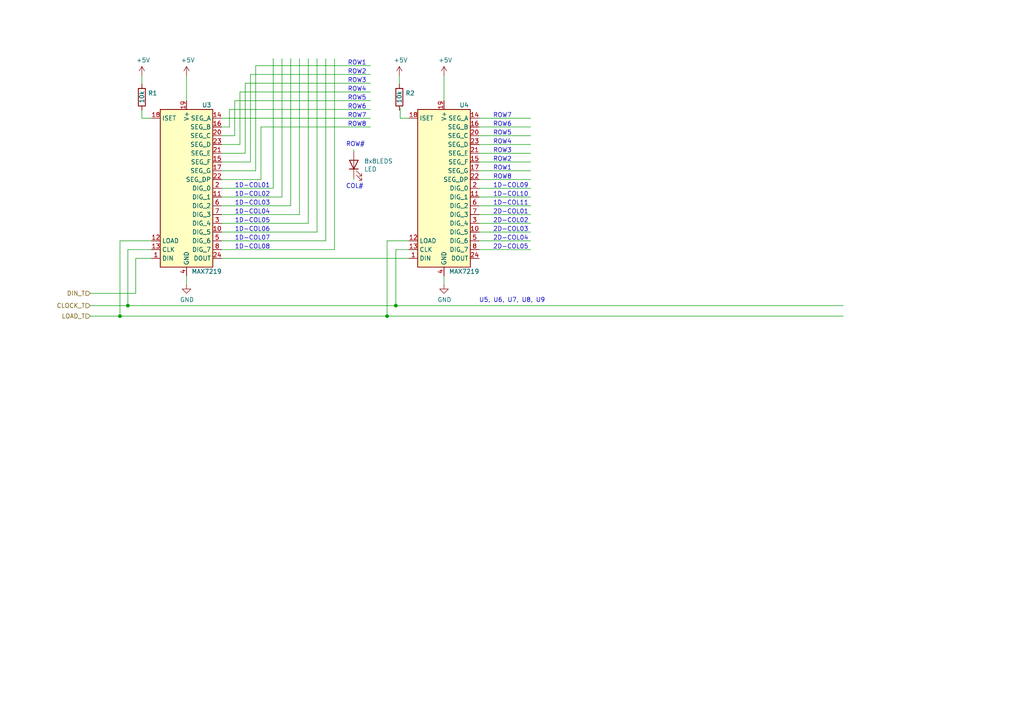
<source format=kicad_sch>
(kicad_sch (version 20211123) (generator eeschema)

  (uuid 4990fbd6-1a9f-4bfe-af4e-e6d2e95847d9)

  (paper "A4")

  (title_block
    (title "AD-0952")
    (rev "001")
    (company "Static Control Corporation")
  )

  (lib_symbols
    (symbol "Device:LED" (pin_numbers hide) (pin_names (offset 1.016) hide) (in_bom yes) (on_board yes)
      (property "Reference" "D" (id 0) (at 0 2.54 0)
        (effects (font (size 1.27 1.27)))
      )
      (property "Value" "LED" (id 1) (at 0 -2.54 0)
        (effects (font (size 1.27 1.27)))
      )
      (property "Footprint" "" (id 2) (at 0 0 0)
        (effects (font (size 1.27 1.27)) hide)
      )
      (property "Datasheet" "~" (id 3) (at 0 0 0)
        (effects (font (size 1.27 1.27)) hide)
      )
      (property "ki_keywords" "LED diode" (id 4) (at 0 0 0)
        (effects (font (size 1.27 1.27)) hide)
      )
      (property "ki_description" "Light emitting diode" (id 5) (at 0 0 0)
        (effects (font (size 1.27 1.27)) hide)
      )
      (property "ki_fp_filters" "LED* LED_SMD:* LED_THT:*" (id 6) (at 0 0 0)
        (effects (font (size 1.27 1.27)) hide)
      )
      (symbol "LED_0_1"
        (polyline
          (pts
            (xy -1.27 -1.27)
            (xy -1.27 1.27)
          )
          (stroke (width 0.254) (type default) (color 0 0 0 0))
          (fill (type none))
        )
        (polyline
          (pts
            (xy -1.27 0)
            (xy 1.27 0)
          )
          (stroke (width 0) (type default) (color 0 0 0 0))
          (fill (type none))
        )
        (polyline
          (pts
            (xy 1.27 -1.27)
            (xy 1.27 1.27)
            (xy -1.27 0)
            (xy 1.27 -1.27)
          )
          (stroke (width 0.254) (type default) (color 0 0 0 0))
          (fill (type none))
        )
        (polyline
          (pts
            (xy -3.048 -0.762)
            (xy -4.572 -2.286)
            (xy -3.81 -2.286)
            (xy -4.572 -2.286)
            (xy -4.572 -1.524)
          )
          (stroke (width 0) (type default) (color 0 0 0 0))
          (fill (type none))
        )
        (polyline
          (pts
            (xy -1.778 -0.762)
            (xy -3.302 -2.286)
            (xy -2.54 -2.286)
            (xy -3.302 -2.286)
            (xy -3.302 -1.524)
          )
          (stroke (width 0) (type default) (color 0 0 0 0))
          (fill (type none))
        )
      )
      (symbol "LED_1_1"
        (pin passive line (at -3.81 0 0) (length 2.54)
          (name "K" (effects (font (size 1.27 1.27))))
          (number "1" (effects (font (size 1.27 1.27))))
        )
        (pin passive line (at 3.81 0 180) (length 2.54)
          (name "A" (effects (font (size 1.27 1.27))))
          (number "2" (effects (font (size 1.27 1.27))))
        )
      )
    )
    (symbol "Device:R" (pin_numbers hide) (pin_names (offset 0)) (in_bom yes) (on_board yes)
      (property "Reference" "R" (id 0) (at 2.032 0 90)
        (effects (font (size 1.27 1.27)))
      )
      (property "Value" "R" (id 1) (at 0 0 90)
        (effects (font (size 1.27 1.27)))
      )
      (property "Footprint" "" (id 2) (at -1.778 0 90)
        (effects (font (size 1.27 1.27)) hide)
      )
      (property "Datasheet" "~" (id 3) (at 0 0 0)
        (effects (font (size 1.27 1.27)) hide)
      )
      (property "ki_keywords" "R res resistor" (id 4) (at 0 0 0)
        (effects (font (size 1.27 1.27)) hide)
      )
      (property "ki_description" "Resistor" (id 5) (at 0 0 0)
        (effects (font (size 1.27 1.27)) hide)
      )
      (property "ki_fp_filters" "R_*" (id 6) (at 0 0 0)
        (effects (font (size 1.27 1.27)) hide)
      )
      (symbol "R_0_1"
        (rectangle (start -1.016 -2.54) (end 1.016 2.54)
          (stroke (width 0.254) (type default) (color 0 0 0 0))
          (fill (type none))
        )
      )
      (symbol "R_1_1"
        (pin passive line (at 0 3.81 270) (length 1.27)
          (name "~" (effects (font (size 1.27 1.27))))
          (number "1" (effects (font (size 1.27 1.27))))
        )
        (pin passive line (at 0 -3.81 90) (length 1.27)
          (name "~" (effects (font (size 1.27 1.27))))
          (number "2" (effects (font (size 1.27 1.27))))
        )
      )
    )
    (symbol "Driver_LED:MAX7219" (in_bom yes) (on_board yes)
      (property "Reference" "U" (id 0) (at -6.35 24.13 0)
        (effects (font (size 1.27 1.27)) (justify left bottom))
      )
      (property "Value" "MAX7219" (id 1) (at 1.27 25.4 0)
        (effects (font (size 1.27 1.27)) (justify left top))
      )
      (property "Footprint" "" (id 2) (at -1.27 1.27 0)
        (effects (font (size 1.27 1.27)) hide)
      )
      (property "Datasheet" "https://datasheets.maximintegrated.com/en/ds/MAX7219-MAX7221.pdf" (id 3) (at 1.27 -3.81 0)
        (effects (font (size 1.27 1.27)) hide)
      )
      (property "ki_keywords" "LED 8-Digit Display Driver" (id 4) (at 0 0 0)
        (effects (font (size 1.27 1.27)) hide)
      )
      (property "ki_description" "8-Digit LED Display Driver" (id 5) (at 0 0 0)
        (effects (font (size 1.27 1.27)) hide)
      )
      (property "ki_fp_filters" "SOIC*7.5x15.4mm*P1.27mm* DIP*7.62mm*" (id 6) (at 0 0 0)
        (effects (font (size 1.27 1.27)) hide)
      )
      (symbol "MAX7219_0_1"
        (rectangle (start -7.62 22.86) (end 7.62 -22.86)
          (stroke (width 0.254) (type default) (color 0 0 0 0))
          (fill (type background))
        )
      )
      (symbol "MAX7219_1_1"
        (pin input line (at -10.16 -20.32 0) (length 2.54)
          (name "DIN" (effects (font (size 1.27 1.27))))
          (number "1" (effects (font (size 1.27 1.27))))
        )
        (pin output line (at 10.16 -12.7 180) (length 2.54)
          (name "DIG_5" (effects (font (size 1.27 1.27))))
          (number "10" (effects (font (size 1.27 1.27))))
        )
        (pin output line (at 10.16 -2.54 180) (length 2.54)
          (name "DIG_1" (effects (font (size 1.27 1.27))))
          (number "11" (effects (font (size 1.27 1.27))))
        )
        (pin input line (at -10.16 -15.24 0) (length 2.54)
          (name "LOAD" (effects (font (size 1.27 1.27))))
          (number "12" (effects (font (size 1.27 1.27))))
        )
        (pin input line (at -10.16 -17.78 0) (length 2.54)
          (name "CLK" (effects (font (size 1.27 1.27))))
          (number "13" (effects (font (size 1.27 1.27))))
        )
        (pin output line (at 10.16 20.32 180) (length 2.54)
          (name "SEG_A" (effects (font (size 1.27 1.27))))
          (number "14" (effects (font (size 1.27 1.27))))
        )
        (pin output line (at 10.16 7.62 180) (length 2.54)
          (name "SEG_F" (effects (font (size 1.27 1.27))))
          (number "15" (effects (font (size 1.27 1.27))))
        )
        (pin output line (at 10.16 17.78 180) (length 2.54)
          (name "SEG_B" (effects (font (size 1.27 1.27))))
          (number "16" (effects (font (size 1.27 1.27))))
        )
        (pin output line (at 10.16 5.08 180) (length 2.54)
          (name "SEG_G" (effects (font (size 1.27 1.27))))
          (number "17" (effects (font (size 1.27 1.27))))
        )
        (pin input line (at -10.16 20.32 0) (length 2.54)
          (name "ISET" (effects (font (size 1.27 1.27))))
          (number "18" (effects (font (size 1.27 1.27))))
        )
        (pin power_in line (at 0 25.4 270) (length 2.54)
          (name "V+" (effects (font (size 1.27 1.27))))
          (number "19" (effects (font (size 1.27 1.27))))
        )
        (pin output line (at 10.16 0 180) (length 2.54)
          (name "DIG_0" (effects (font (size 1.27 1.27))))
          (number "2" (effects (font (size 1.27 1.27))))
        )
        (pin output line (at 10.16 15.24 180) (length 2.54)
          (name "SEG_C" (effects (font (size 1.27 1.27))))
          (number "20" (effects (font (size 1.27 1.27))))
        )
        (pin output line (at 10.16 10.16 180) (length 2.54)
          (name "SEG_E" (effects (font (size 1.27 1.27))))
          (number "21" (effects (font (size 1.27 1.27))))
        )
        (pin output line (at 10.16 2.54 180) (length 2.54)
          (name "SEG_DP" (effects (font (size 1.27 1.27))))
          (number "22" (effects (font (size 1.27 1.27))))
        )
        (pin output line (at 10.16 12.7 180) (length 2.54)
          (name "SEG_D" (effects (font (size 1.27 1.27))))
          (number "23" (effects (font (size 1.27 1.27))))
        )
        (pin output line (at 10.16 -20.32 180) (length 2.54)
          (name "DOUT" (effects (font (size 1.27 1.27))))
          (number "24" (effects (font (size 1.27 1.27))))
        )
        (pin output line (at 10.16 -10.16 180) (length 2.54)
          (name "DIG_4" (effects (font (size 1.27 1.27))))
          (number "3" (effects (font (size 1.27 1.27))))
        )
        (pin power_in line (at 0 -25.4 90) (length 2.54)
          (name "GND" (effects (font (size 1.27 1.27))))
          (number "4" (effects (font (size 1.27 1.27))))
        )
        (pin output line (at 10.16 -15.24 180) (length 2.54)
          (name "DIG_6" (effects (font (size 1.27 1.27))))
          (number "5" (effects (font (size 1.27 1.27))))
        )
        (pin output line (at 10.16 -5.08 180) (length 2.54)
          (name "DIG_2" (effects (font (size 1.27 1.27))))
          (number "6" (effects (font (size 1.27 1.27))))
        )
        (pin output line (at 10.16 -7.62 180) (length 2.54)
          (name "DIG_3" (effects (font (size 1.27 1.27))))
          (number "7" (effects (font (size 1.27 1.27))))
        )
        (pin output line (at 10.16 -17.78 180) (length 2.54)
          (name "DIG_7" (effects (font (size 1.27 1.27))))
          (number "8" (effects (font (size 1.27 1.27))))
        )
        (pin passive line (at 0 -25.4 90) (length 2.54) hide
          (name "GND" (effects (font (size 1.27 1.27))))
          (number "9" (effects (font (size 1.27 1.27))))
        )
      )
    )
    (symbol "power:+5V" (power) (pin_names (offset 0)) (in_bom yes) (on_board yes)
      (property "Reference" "#PWR" (id 0) (at 0 -3.81 0)
        (effects (font (size 1.27 1.27)) hide)
      )
      (property "Value" "+5V" (id 1) (at 0 3.556 0)
        (effects (font (size 1.27 1.27)))
      )
      (property "Footprint" "" (id 2) (at 0 0 0)
        (effects (font (size 1.27 1.27)) hide)
      )
      (property "Datasheet" "" (id 3) (at 0 0 0)
        (effects (font (size 1.27 1.27)) hide)
      )
      (property "ki_keywords" "global power" (id 4) (at 0 0 0)
        (effects (font (size 1.27 1.27)) hide)
      )
      (property "ki_description" "Power symbol creates a global label with name \"+5V\"" (id 5) (at 0 0 0)
        (effects (font (size 1.27 1.27)) hide)
      )
      (symbol "+5V_0_1"
        (polyline
          (pts
            (xy -0.762 1.27)
            (xy 0 2.54)
          )
          (stroke (width 0) (type default) (color 0 0 0 0))
          (fill (type none))
        )
        (polyline
          (pts
            (xy 0 0)
            (xy 0 2.54)
          )
          (stroke (width 0) (type default) (color 0 0 0 0))
          (fill (type none))
        )
        (polyline
          (pts
            (xy 0 2.54)
            (xy 0.762 1.27)
          )
          (stroke (width 0) (type default) (color 0 0 0 0))
          (fill (type none))
        )
      )
      (symbol "+5V_1_1"
        (pin power_in line (at 0 0 90) (length 0) hide
          (name "+5V" (effects (font (size 1.27 1.27))))
          (number "1" (effects (font (size 1.27 1.27))))
        )
      )
    )
    (symbol "power:GND" (power) (pin_names (offset 0)) (in_bom yes) (on_board yes)
      (property "Reference" "#PWR" (id 0) (at 0 -6.35 0)
        (effects (font (size 1.27 1.27)) hide)
      )
      (property "Value" "GND" (id 1) (at 0 -3.81 0)
        (effects (font (size 1.27 1.27)))
      )
      (property "Footprint" "" (id 2) (at 0 0 0)
        (effects (font (size 1.27 1.27)) hide)
      )
      (property "Datasheet" "" (id 3) (at 0 0 0)
        (effects (font (size 1.27 1.27)) hide)
      )
      (property "ki_keywords" "global power" (id 4) (at 0 0 0)
        (effects (font (size 1.27 1.27)) hide)
      )
      (property "ki_description" "Power symbol creates a global label with name \"GND\" , ground" (id 5) (at 0 0 0)
        (effects (font (size 1.27 1.27)) hide)
      )
      (symbol "GND_0_1"
        (polyline
          (pts
            (xy 0 0)
            (xy 0 -1.27)
            (xy 1.27 -1.27)
            (xy 0 -2.54)
            (xy -1.27 -1.27)
            (xy 0 -1.27)
          )
          (stroke (width 0) (type default) (color 0 0 0 0))
          (fill (type none))
        )
      )
      (symbol "GND_1_1"
        (pin power_in line (at 0 0 270) (length 0) hide
          (name "GND" (effects (font (size 1.27 1.27))))
          (number "1" (effects (font (size 1.27 1.27))))
        )
      )
    )
  )

  (junction (at 114.808 88.646) (diameter 0) (color 0 0 0 0)
    (uuid 82bd39d5-7731-429a-9b3e-d81416b84e10)
  )
  (junction (at 37.084 88.646) (diameter 0) (color 0 0 0 0)
    (uuid a50ca34b-66bf-4434-8bdf-b0ededcf6688)
  )
  (junction (at 112.268 91.694) (diameter 0) (color 0 0 0 0)
    (uuid d2ec8b79-5b0b-45d9-9309-3db65bb9aee8)
  )
  (junction (at 34.798 91.694) (diameter 0) (color 0 0 0 0)
    (uuid ddbcc29b-497a-4754-9210-142d66315af8)
  )

  (wire (pts (xy 41.148 32.004) (xy 41.148 34.29))
    (stroke (width 0) (type default) (color 0 0 0 0))
    (uuid 01db6ced-c127-4d1b-bb70-4a5e16c8fa2b)
  )
  (wire (pts (xy 118.618 74.93) (xy 64.262 74.93))
    (stroke (width 0) (type default) (color 0 0 0 0))
    (uuid 053535a4-6392-4308-929c-2e60edd5a406)
  )
  (wire (pts (xy 102.616 43.942) (xy 102.616 43.434))
    (stroke (width 0) (type default) (color 0 0 0 0))
    (uuid 0b18ba01-34ff-4711-a0a0-6fc60634d264)
  )
  (wire (pts (xy 64.262 64.77) (xy 89.408 64.77))
    (stroke (width 0) (type default) (color 0 0 0 0))
    (uuid 0c9b7834-7be2-4e76-8dfb-beaac8fc02ee)
  )
  (wire (pts (xy 43.942 72.39) (xy 37.084 72.39))
    (stroke (width 0) (type default) (color 0 0 0 0))
    (uuid 0e684152-c37f-4313-9c77-f961b8a6792d)
  )
  (wire (pts (xy 91.948 67.31) (xy 91.948 17.018))
    (stroke (width 0) (type default) (color 0 0 0 0))
    (uuid 0f33d97d-1b77-4814-ada7-725bf7e02b6f)
  )
  (wire (pts (xy 69.596 41.91) (xy 69.596 26.67))
    (stroke (width 0) (type default) (color 0 0 0 0))
    (uuid 17037cc8-d9ee-44a5-b91d-cc0b484ceef1)
  )
  (wire (pts (xy 34.798 91.694) (xy 112.268 91.694))
    (stroke (width 0) (type default) (color 0 0 0 0))
    (uuid 195a3f7b-747b-41d9-a533-ff796a034d1c)
  )
  (wire (pts (xy 72.644 46.99) (xy 72.644 21.59))
    (stroke (width 0) (type default) (color 0 0 0 0))
    (uuid 1b32e79d-59e2-4c34-bcc4-b3e340c1113f)
  )
  (wire (pts (xy 75.692 36.83) (xy 107.442 36.83))
    (stroke (width 0) (type default) (color 0 0 0 0))
    (uuid 22ef760f-e266-4dc3-9730-3dee99232418)
  )
  (wire (pts (xy 34.798 69.85) (xy 34.798 91.694))
    (stroke (width 0) (type default) (color 0 0 0 0))
    (uuid 233591e6-094a-4b11-8cf1-6a7e893cc3fd)
  )
  (wire (pts (xy 112.268 69.85) (xy 112.268 91.694))
    (stroke (width 0) (type default) (color 0 0 0 0))
    (uuid 247ab90a-1a94-43b2-ab7b-6e5c22a5c9f5)
  )
  (wire (pts (xy 118.618 69.85) (xy 112.268 69.85))
    (stroke (width 0) (type default) (color 0 0 0 0))
    (uuid 3409ccca-0e69-4040-93c7-5ec4c813d7c8)
  )
  (wire (pts (xy 64.262 44.45) (xy 71.12 44.45))
    (stroke (width 0) (type default) (color 0 0 0 0))
    (uuid 361c32cd-dc60-4c6f-8207-71ba1f176fc4)
  )
  (wire (pts (xy 74.168 19.05) (xy 107.442 19.05))
    (stroke (width 0) (type default) (color 0 0 0 0))
    (uuid 36b041e7-9ddc-4817-974e-d3c77af52da3)
  )
  (wire (pts (xy 138.938 36.83) (xy 153.924 36.83))
    (stroke (width 0) (type default) (color 0 0 0 0))
    (uuid 37530e3d-af09-4dc9-b535-9ea6fbca0c83)
  )
  (wire (pts (xy 64.262 69.85) (xy 94.488 69.85))
    (stroke (width 0) (type default) (color 0 0 0 0))
    (uuid 394f971a-f5d2-45aa-9be8-5e32e6dd5cfd)
  )
  (wire (pts (xy 138.938 57.15) (xy 153.924 57.15))
    (stroke (width 0) (type default) (color 0 0 0 0))
    (uuid 3d1caac7-74e2-4bff-88a6-986a5cbf102e)
  )
  (wire (pts (xy 79.248 54.61) (xy 79.248 17.018))
    (stroke (width 0) (type default) (color 0 0 0 0))
    (uuid 3d3efac7-39f0-471f-b984-bc9512ffe4c4)
  )
  (wire (pts (xy 64.262 59.69) (xy 84.328 59.69))
    (stroke (width 0) (type default) (color 0 0 0 0))
    (uuid 43a093f4-36e2-442e-8402-36d47ad80d89)
  )
  (wire (pts (xy 64.262 46.99) (xy 72.644 46.99))
    (stroke (width 0) (type default) (color 0 0 0 0))
    (uuid 43d28e69-f3b2-4874-af5f-da9682b809e2)
  )
  (wire (pts (xy 112.268 91.694) (xy 244.602 91.694))
    (stroke (width 0) (type default) (color 0 0 0 0))
    (uuid 4512285c-40ae-419d-9ac9-8f772c4e8f5f)
  )
  (wire (pts (xy 64.262 34.29) (xy 107.442 34.29))
    (stroke (width 0) (type default) (color 0 0 0 0))
    (uuid 45d38f4e-6fea-4bd8-8654-dbaa0604aee5)
  )
  (wire (pts (xy 84.328 59.69) (xy 84.328 17.018))
    (stroke (width 0) (type default) (color 0 0 0 0))
    (uuid 4738daa4-36e1-41dd-abcf-34e66dbdec69)
  )
  (wire (pts (xy 39.37 85.09) (xy 26.162 85.09))
    (stroke (width 0) (type default) (color 0 0 0 0))
    (uuid 4b480ca2-0b5c-4121-afbf-ae8de8c4e61b)
  )
  (wire (pts (xy 39.37 74.93) (xy 39.37 85.09))
    (stroke (width 0) (type default) (color 0 0 0 0))
    (uuid 4b4b9e23-83b2-41b7-9a8e-2526ed349a16)
  )
  (wire (pts (xy 138.938 54.61) (xy 153.924 54.61))
    (stroke (width 0) (type default) (color 0 0 0 0))
    (uuid 4f6e831d-3ed7-4b68-b2a6-a4961108d6f2)
  )
  (wire (pts (xy 71.12 24.13) (xy 107.442 24.13))
    (stroke (width 0) (type default) (color 0 0 0 0))
    (uuid 511940a5-3632-4b93-ae8a-8bb46e573903)
  )
  (wire (pts (xy 71.12 44.45) (xy 71.12 24.13))
    (stroke (width 0) (type default) (color 0 0 0 0))
    (uuid 59a0ebe8-e5c8-4bb7-b01a-ecb08871fffc)
  )
  (wire (pts (xy 75.692 52.07) (xy 75.692 36.83))
    (stroke (width 0) (type default) (color 0 0 0 0))
    (uuid 5a9d5aa3-f071-4b26-903c-1571d17c0436)
  )
  (wire (pts (xy 37.084 88.646) (xy 26.162 88.646))
    (stroke (width 0) (type default) (color 0 0 0 0))
    (uuid 6032a36f-e823-4471-bd27-44bce2a9adac)
  )
  (wire (pts (xy 138.938 34.29) (xy 153.924 34.29))
    (stroke (width 0) (type default) (color 0 0 0 0))
    (uuid 61f1fdcc-044e-49b4-a4d7-844f962e36d3)
  )
  (wire (pts (xy 64.262 52.07) (xy 75.692 52.07))
    (stroke (width 0) (type default) (color 0 0 0 0))
    (uuid 6495458c-0dee-4846-a428-edbc3299d42e)
  )
  (wire (pts (xy 138.938 62.23) (xy 153.924 62.23))
    (stroke (width 0) (type default) (color 0 0 0 0))
    (uuid 652d8fac-ccc4-4253-8036-fce19445a2d1)
  )
  (wire (pts (xy 54.102 80.01) (xy 54.102 82.55))
    (stroke (width 0) (type default) (color 0 0 0 0))
    (uuid 67415201-c2e5-45a8-87fa-3f1bdf0ea606)
  )
  (wire (pts (xy 66.548 31.75) (xy 107.442 31.75))
    (stroke (width 0) (type default) (color 0 0 0 0))
    (uuid 67dfe9c4-c76f-4486-843f-743ae7a7dbd2)
  )
  (wire (pts (xy 138.938 49.53) (xy 153.924 49.53))
    (stroke (width 0) (type default) (color 0 0 0 0))
    (uuid 69e94c27-a9f9-404e-9a5a-5b00e1b2ee2f)
  )
  (wire (pts (xy 64.262 72.39) (xy 97.028 72.39))
    (stroke (width 0) (type default) (color 0 0 0 0))
    (uuid 72ffc529-eaca-4ecd-b7a0-3231e04be23f)
  )
  (wire (pts (xy 64.262 49.53) (xy 74.168 49.53))
    (stroke (width 0) (type default) (color 0 0 0 0))
    (uuid 7364fcfc-05d1-49f7-b87c-ee88f18ac86b)
  )
  (wire (pts (xy 34.798 91.694) (xy 26.162 91.694))
    (stroke (width 0) (type default) (color 0 0 0 0))
    (uuid 779f7ac6-c9cc-4c9b-ab13-284b016fc70d)
  )
  (wire (pts (xy 74.168 19.05) (xy 74.168 49.53))
    (stroke (width 0) (type default) (color 0 0 0 0))
    (uuid 78bdc25f-ebe2-457e-805d-8c6c1f04bbe3)
  )
  (wire (pts (xy 114.808 72.39) (xy 114.808 88.646))
    (stroke (width 0) (type default) (color 0 0 0 0))
    (uuid 79bde307-f986-4660-bf78-8adcbb752e70)
  )
  (wire (pts (xy 128.778 21.844) (xy 128.778 29.21))
    (stroke (width 0) (type default) (color 0 0 0 0))
    (uuid 7ed3c733-d4ab-463c-8418-29e171afd40d)
  )
  (wire (pts (xy 41.148 21.844) (xy 41.148 24.384))
    (stroke (width 0) (type default) (color 0 0 0 0))
    (uuid 842130b5-6474-4956-ad68-b3856fa64895)
  )
  (wire (pts (xy 138.938 44.45) (xy 153.924 44.45))
    (stroke (width 0) (type default) (color 0 0 0 0))
    (uuid 89c7b084-df2e-49ea-9fc9-be01825c1f65)
  )
  (wire (pts (xy 66.548 36.83) (xy 66.548 31.75))
    (stroke (width 0) (type default) (color 0 0 0 0))
    (uuid 8d5bf812-790d-45d1-825e-11a868826b0e)
  )
  (wire (pts (xy 138.938 72.39) (xy 153.924 72.39))
    (stroke (width 0) (type default) (color 0 0 0 0))
    (uuid 904ecf22-b59e-43dc-8f1e-7c29f36c0a81)
  )
  (wire (pts (xy 41.148 34.29) (xy 43.942 34.29))
    (stroke (width 0) (type default) (color 0 0 0 0))
    (uuid 912b0323-869d-41db-8e60-4a97e6db747e)
  )
  (wire (pts (xy 114.808 88.646) (xy 244.602 88.646))
    (stroke (width 0) (type default) (color 0 0 0 0))
    (uuid 91d79a3d-b296-4582-b151-bd356f18f2fb)
  )
  (wire (pts (xy 64.262 54.61) (xy 79.248 54.61))
    (stroke (width 0) (type default) (color 0 0 0 0))
    (uuid 92a14bde-3c18-48bb-8ead-edadbaf5fe4f)
  )
  (wire (pts (xy 138.938 67.31) (xy 153.924 67.31))
    (stroke (width 0) (type default) (color 0 0 0 0))
    (uuid 94bcf40b-8ff3-48e2-a842-8c28282474b0)
  )
  (wire (pts (xy 68.072 39.37) (xy 68.072 29.21))
    (stroke (width 0) (type default) (color 0 0 0 0))
    (uuid 98db3660-c329-4c40-804b-8cb15d25b11c)
  )
  (wire (pts (xy 43.942 69.85) (xy 34.798 69.85))
    (stroke (width 0) (type default) (color 0 0 0 0))
    (uuid 993aa94e-3643-4f37-bd32-efa156ae53d0)
  )
  (wire (pts (xy 37.084 72.39) (xy 37.084 88.646))
    (stroke (width 0) (type default) (color 0 0 0 0))
    (uuid 9c32a408-a846-4d02-96b4-324127e20190)
  )
  (wire (pts (xy 91.948 67.31) (xy 64.262 67.31))
    (stroke (width 0) (type default) (color 0 0 0 0))
    (uuid 9d66011d-c8a3-45ef-ad33-030e1433fef5)
  )
  (wire (pts (xy 115.824 21.844) (xy 115.824 24.384))
    (stroke (width 0) (type default) (color 0 0 0 0))
    (uuid 9dc03928-fa43-4614-9a56-a25b3162120c)
  )
  (wire (pts (xy 138.938 52.07) (xy 153.924 52.07))
    (stroke (width 0) (type default) (color 0 0 0 0))
    (uuid 9dd71618-c12a-475d-ac3f-f68cb0141c36)
  )
  (wire (pts (xy 64.262 62.23) (xy 86.868 62.23))
    (stroke (width 0) (type default) (color 0 0 0 0))
    (uuid 9dfbe9a9-9aac-46e9-80eb-02ae685aaca7)
  )
  (wire (pts (xy 138.938 69.85) (xy 153.924 69.85))
    (stroke (width 0) (type default) (color 0 0 0 0))
    (uuid 9f420280-7a16-4554-9840-ee821788feba)
  )
  (wire (pts (xy 128.778 80.01) (xy 128.778 82.55))
    (stroke (width 0) (type default) (color 0 0 0 0))
    (uuid a5408fdd-0c9d-4d93-a6b4-31f0a297caf7)
  )
  (wire (pts (xy 43.942 74.93) (xy 39.37 74.93))
    (stroke (width 0) (type default) (color 0 0 0 0))
    (uuid adf1fad9-9ed7-4ea5-b9b7-699f774d2db7)
  )
  (wire (pts (xy 97.028 17.018) (xy 97.028 72.39))
    (stroke (width 0) (type default) (color 0 0 0 0))
    (uuid b5c7c024-2b53-4a51-8c91-e86fca90957e)
  )
  (wire (pts (xy 89.408 64.77) (xy 89.408 17.018))
    (stroke (width 0) (type default) (color 0 0 0 0))
    (uuid bf5e96af-4b4c-4291-9ee5-0b96f36c057c)
  )
  (wire (pts (xy 64.262 39.37) (xy 68.072 39.37))
    (stroke (width 0) (type default) (color 0 0 0 0))
    (uuid c4ca86a4-7504-44c4-abd0-e3a57151ef1b)
  )
  (wire (pts (xy 37.084 88.646) (xy 114.808 88.646))
    (stroke (width 0) (type default) (color 0 0 0 0))
    (uuid c7b6aee8-fa52-42e7-a968-11e1b9589f3b)
  )
  (wire (pts (xy 94.488 69.85) (xy 94.488 17.018))
    (stroke (width 0) (type default) (color 0 0 0 0))
    (uuid caf52bce-8cb3-47fe-9f3a-b99054fef1b4)
  )
  (wire (pts (xy 138.938 64.77) (xy 153.924 64.77))
    (stroke (width 0) (type default) (color 0 0 0 0))
    (uuid cc403544-aaba-42f5-9907-53e3ea95119b)
  )
  (wire (pts (xy 138.938 39.37) (xy 153.924 39.37))
    (stroke (width 0) (type default) (color 0 0 0 0))
    (uuid ce4da367-ea15-435e-bdb8-66119762d36d)
  )
  (wire (pts (xy 68.072 29.21) (xy 107.442 29.21))
    (stroke (width 0) (type default) (color 0 0 0 0))
    (uuid cebc7abb-b829-48fb-8c9f-977be0242ae9)
  )
  (wire (pts (xy 118.618 34.29) (xy 116.078 34.29))
    (stroke (width 0) (type default) (color 0 0 0 0))
    (uuid cf83ecbb-53fe-4460-b304-0130db664297)
  )
  (wire (pts (xy 102.616 51.562) (xy 102.616 52.07))
    (stroke (width 0) (type default) (color 0 0 0 0))
    (uuid cfb52853-3eb4-4fca-9747-61845efd4d68)
  )
  (wire (pts (xy 69.596 26.67) (xy 107.442 26.67))
    (stroke (width 0) (type default) (color 0 0 0 0))
    (uuid d6e7c5b3-7691-4ca1-ad74-26377aad647c)
  )
  (wire (pts (xy 138.938 59.69) (xy 153.924 59.69))
    (stroke (width 0) (type default) (color 0 0 0 0))
    (uuid d7cbda1a-d8cc-4ff7-a403-1ec1c143c7b0)
  )
  (wire (pts (xy 86.868 62.23) (xy 86.868 17.018))
    (stroke (width 0) (type default) (color 0 0 0 0))
    (uuid df3a256e-2432-416d-96e5-0ee66f3e2125)
  )
  (wire (pts (xy 64.262 41.91) (xy 69.596 41.91))
    (stroke (width 0) (type default) (color 0 0 0 0))
    (uuid e58e775a-0145-4292-bede-cf8b3016e609)
  )
  (wire (pts (xy 118.618 72.39) (xy 114.808 72.39))
    (stroke (width 0) (type default) (color 0 0 0 0))
    (uuid ec8ec6ce-365e-4e8f-8e4c-49c81a17fd71)
  )
  (wire (pts (xy 138.938 41.91) (xy 153.924 41.91))
    (stroke (width 0) (type default) (color 0 0 0 0))
    (uuid eeb2c354-67de-4a17-a85b-94ec18e58fc0)
  )
  (wire (pts (xy 54.102 21.844) (xy 54.102 29.21))
    (stroke (width 0) (type default) (color 0 0 0 0))
    (uuid f3038772-5f34-4fd1-b6c4-bea5c50a9e54)
  )
  (wire (pts (xy 64.262 36.83) (xy 66.548 36.83))
    (stroke (width 0) (type default) (color 0 0 0 0))
    (uuid f342e154-7e3f-45d1-bba2-3b78cd3a8b58)
  )
  (wire (pts (xy 116.078 34.29) (xy 116.078 31.242))
    (stroke (width 0) (type default) (color 0 0 0 0))
    (uuid f42ec4b3-a224-42ae-a41c-f0b7d86fb91f)
  )
  (wire (pts (xy 138.938 46.99) (xy 153.924 46.99))
    (stroke (width 0) (type default) (color 0 0 0 0))
    (uuid f4762b0f-df8c-475c-b9e3-060bb958e703)
  )
  (wire (pts (xy 81.788 57.15) (xy 81.788 17.018))
    (stroke (width 0) (type default) (color 0 0 0 0))
    (uuid faf6f1e2-9796-402b-9339-050e2718cca0)
  )
  (wire (pts (xy 64.262 57.15) (xy 81.788 57.15))
    (stroke (width 0) (type default) (color 0 0 0 0))
    (uuid fc51f5c7-4ce8-4625-a419-daf5de0a5d83)
  )
  (wire (pts (xy 72.644 21.59) (xy 107.442 21.59))
    (stroke (width 0) (type default) (color 0 0 0 0))
    (uuid fe047145-92d7-45ca-9396-b799a2243ac5)
  )

  (text "1D-COL05" (at 68.072 64.77 0)
    (effects (font (size 1.27 1.27)) (justify left bottom))
    (uuid 00fb8ce9-0fcd-4117-a94a-e1f548086406)
  )
  (text "ROW7" (at 100.838 34.29 0)
    (effects (font (size 1.27 1.27)) (justify left bottom))
    (uuid 278798eb-e07b-4a73-8404-566d963d1e8b)
  )
  (text "2D-COL02" (at 143.002 64.77 0)
    (effects (font (size 1.27 1.27)) (justify left bottom))
    (uuid 2ade2cc9-e3bb-4e0f-8027-46ef169b02e3)
  )
  (text "1D-COL03" (at 68.072 59.69 0)
    (effects (font (size 1.27 1.27)) (justify left bottom))
    (uuid 345ccf74-c403-4a3f-bd94-fa941722f37e)
  )
  (text "ROW6" (at 100.838 31.75 0)
    (effects (font (size 1.27 1.27)) (justify left bottom))
    (uuid 365f488c-81bc-4659-9d7f-7762a99f5f6b)
  )
  (text "ROW4" (at 100.838 26.67 0)
    (effects (font (size 1.27 1.27)) (justify left bottom))
    (uuid 42bbd7a1-1a56-4d92-99df-76fe5a309bed)
  )
  (text "2D-COL05" (at 143.002 72.39 0)
    (effects (font (size 1.27 1.27)) (justify left bottom))
    (uuid 4966ac51-8931-457a-b31d-5f649638eb32)
  )
  (text "1D-COL09" (at 143.002 54.61 0)
    (effects (font (size 1.27 1.27)) (justify left bottom))
    (uuid 51ea8195-2e4b-4c7f-b7c8-2fa647d893d7)
  )
  (text "ROW#" (at 100.33 42.672 0)
    (effects (font (size 1.27 1.27)) (justify left bottom))
    (uuid 58b33f6a-98ff-4f03-bc63-a7b3e947f74e)
  )
  (text "1D-COL02" (at 68.072 57.15 0)
    (effects (font (size 1.27 1.27)) (justify left bottom))
    (uuid 5a7db1a0-d446-442b-b204-d82a06deb8ba)
  )
  (text "1D-COL10" (at 143.002 57.15 0)
    (effects (font (size 1.27 1.27)) (justify left bottom))
    (uuid 5bfb2dbf-49a6-40c2-aa79-e332aa6730e7)
  )
  (text "1D-COL11" (at 143.002 59.69 0)
    (effects (font (size 1.27 1.27)) (justify left bottom))
    (uuid 709a58ac-4e73-4cbf-8bb3-e471017ba985)
  )
  (text "ROW1" (at 100.838 19.05 0)
    (effects (font (size 1.27 1.27)) (justify left bottom))
    (uuid 713cbf05-7d82-4d4f-a287-668a66a7da1d)
  )
  (text "1D-COL06" (at 68.072 67.31 0)
    (effects (font (size 1.27 1.27)) (justify left bottom))
    (uuid 72935434-38ef-46a4-95d8-b23b734285d8)
  )
  (text "ROW6" (at 143.002 36.83 0)
    (effects (font (size 1.27 1.27)) (justify left bottom))
    (uuid 7a88a7da-266d-458b-bbf7-53ad3d55b11f)
  )
  (text "ROW2" (at 100.838 21.59 0)
    (effects (font (size 1.27 1.27)) (justify left bottom))
    (uuid 82a30f8e-1681-4d26-9aa7-88d6688b60e8)
  )
  (text "1D-COL08" (at 68.072 72.39 0)
    (effects (font (size 1.27 1.27)) (justify left bottom))
    (uuid 88378c1e-1beb-4147-b6bd-08ed53d46a8d)
  )
  (text "ROW8" (at 100.838 36.83 0)
    (effects (font (size 1.27 1.27)) (justify left bottom))
    (uuid 8a006c92-e567-4348-977a-fbf462c5a8b9)
  )
  (text "COL#" (at 100.33 54.864 0)
    (effects (font (size 1.27 1.27)) (justify left bottom))
    (uuid 8a45d02e-85a6-4163-ba75-13bac5f5abf5)
  )
  (text "ROW5" (at 143.002 39.37 0)
    (effects (font (size 1.27 1.27)) (justify left bottom))
    (uuid 8bf92d70-d76c-4a02-87f7-9d4e89461509)
  )
  (text "ROW4" (at 143.002 41.91 0)
    (effects (font (size 1.27 1.27)) (justify left bottom))
    (uuid 96a84c99-87e5-4923-9423-c5e19585f735)
  )
  (text "ROW8" (at 143.002 52.07 0)
    (effects (font (size 1.27 1.27)) (justify left bottom))
    (uuid accc9cc4-4d0d-4b13-94fd-c9566c0e0f0d)
  )
  (text "ROW1" (at 143.002 49.53 0)
    (effects (font (size 1.27 1.27)) (justify left bottom))
    (uuid ba69944e-c4ee-43b6-a94b-eaeef04d6637)
  )
  (text "ROW3" (at 100.838 24.13 0)
    (effects (font (size 1.27 1.27)) (justify left bottom))
    (uuid bba789f8-4796-4391-9612-46133e5adf79)
  )
  (text "1D-COL07" (at 68.072 69.85 0)
    (effects (font (size 1.27 1.27)) (justify left bottom))
    (uuid bbcb1e9b-4069-4366-94cf-b4345f2b8647)
  )
  (text "ROW5" (at 100.838 29.21 0)
    (effects (font (size 1.27 1.27)) (justify left bottom))
    (uuid bfdb10f9-4008-4e54-b575-5752855066ab)
  )
  (text "1D-COL04" (at 68.072 62.23 0)
    (effects (font (size 1.27 1.27)) (justify left bottom))
    (uuid c7a5301d-bd69-4240-a095-048d44308342)
  )
  (text "2D-COL04" (at 143.002 69.85 0)
    (effects (font (size 1.27 1.27)) (justify left bottom))
    (uuid c9640c67-7f21-4c9d-97bf-a59bada712d7)
  )
  (text "ROW3" (at 143.002 44.45 0)
    (effects (font (size 1.27 1.27)) (justify left bottom))
    (uuid d0a7f710-1874-471e-9982-21e0528f667b)
  )
  (text "ROW2" (at 143.002 46.99 0)
    (effects (font (size 1.27 1.27)) (justify left bottom))
    (uuid e3f1cf07-624b-4df0-a7ee-a0835f3924b5)
  )
  (text "2D-COL03" (at 143.002 67.31 0)
    (effects (font (size 1.27 1.27)) (justify left bottom))
    (uuid e72848f3-19ec-467b-9285-c5487ac453d1)
  )
  (text "2D-COL01" (at 143.002 62.23 0)
    (effects (font (size 1.27 1.27)) (justify left bottom))
    (uuid f03f418a-6c78-45af-be7b-3a0905c86179)
  )
  (text "ROW7" (at 143.002 34.29 0)
    (effects (font (size 1.27 1.27)) (justify left bottom))
    (uuid f248c0fb-aa56-4af2-8049-e199b3bde473)
  )
  (text "1D-COL01" (at 68.072 54.61 0)
    (effects (font (size 1.27 1.27)) (justify left bottom))
    (uuid f6183c87-8451-4447-8c5f-a33e510e19a0)
  )
  (text "U5, U6, U7, U8, U9" (at 138.938 87.884 0)
    (effects (font (size 1.27 1.27)) (justify left bottom))
    (uuid fc2b610f-1db6-453a-aa33-1a1be828c7fc)
  )

  (hierarchical_label "CLOCK_T" (shape input) (at 26.162 88.646 180)
    (effects (font (size 1.27 1.27)) (justify right))
    (uuid 591bb1f5-4b18-4bc0-b6d0-1a12c899c650)
  )
  (hierarchical_label "DIN_T" (shape input) (at 26.162 85.09 180)
    (effects (font (size 1.27 1.27)) (justify right))
    (uuid b4134221-bce2-405c-83b8-adca3a35693b)
  )
  (hierarchical_label "LOAD_T" (shape input) (at 26.162 91.694 180)
    (effects (font (size 1.27 1.27)) (justify right))
    (uuid e706c346-0020-4cc4-877f-18a7b8d9d94f)
  )

  (symbol (lib_id "Device:LED") (at 102.616 47.752 90) (unit 1)
    (in_bom yes) (on_board yes)
    (uuid 00000000-0000-0000-0000-0000660317c9)
    (property "Reference" "8x8LEDS" (id 0) (at 105.6132 46.7614 90)
      (effects (font (size 1.27 1.27)) (justify right))
    )
    (property "Value" "LED" (id 1) (at 105.6132 49.0728 90)
      (effects (font (size 1.27 1.27)) (justify right))
    )
    (property "Footprint" "" (id 2) (at 102.616 47.752 0)
      (effects (font (size 1.27 1.27)) hide)
    )
    (property "Datasheet" "~" (id 3) (at 102.616 47.752 0)
      (effects (font (size 1.27 1.27)) hide)
    )
    (pin "1" (uuid 276c70d5-3b22-4c62-93d4-ae42677fb628))
    (pin "2" (uuid 541c9c48-3737-4f0e-9033-7fe432cee44e))
  )

  (symbol (lib_id "Device:R") (at 41.148 28.194 0) (unit 1)
    (in_bom yes) (on_board yes)
    (uuid 00000000-0000-0000-0000-000066031de0)
    (property "Reference" "R1" (id 0) (at 42.926 27.0256 0)
      (effects (font (size 1.27 1.27)) (justify left))
    )
    (property "Value" "10k" (id 1) (at 41.148 29.972 90)
      (effects (font (size 1.27 1.27)) (justify left))
    )
    (property "Footprint" "" (id 2) (at 39.37 28.194 90)
      (effects (font (size 1.27 1.27)) hide)
    )
    (property "Datasheet" "~" (id 3) (at 41.148 28.194 0)
      (effects (font (size 1.27 1.27)) hide)
    )
    (pin "1" (uuid cab056d4-f479-4067-b6d5-c93f0aa87064))
    (pin "2" (uuid 78c4dfcd-17ac-4a2a-9c5a-2efa3f0cc345))
  )

  (symbol (lib_id "power:+5V") (at 41.148 21.844 0) (unit 1)
    (in_bom yes) (on_board yes)
    (uuid 00000000-0000-0000-0000-000066032616)
    (property "Reference" "#PWR?" (id 0) (at 41.148 25.654 0)
      (effects (font (size 1.27 1.27)) hide)
    )
    (property "Value" "+5V" (id 1) (at 41.529 17.4498 0))
    (property "Footprint" "" (id 2) (at 41.148 21.844 0)
      (effects (font (size 1.27 1.27)) hide)
    )
    (property "Datasheet" "" (id 3) (at 41.148 21.844 0)
      (effects (font (size 1.27 1.27)) hide)
    )
    (pin "1" (uuid 2099bf19-3868-4175-bfcd-94e677e606d7))
  )

  (symbol (lib_id "power:+5V") (at 54.102 21.844 0) (unit 1)
    (in_bom yes) (on_board yes)
    (uuid 00000000-0000-0000-0000-000066032ec7)
    (property "Reference" "#PWR?" (id 0) (at 54.102 25.654 0)
      (effects (font (size 1.27 1.27)) hide)
    )
    (property "Value" "+5V" (id 1) (at 54.483 17.4498 0))
    (property "Footprint" "" (id 2) (at 54.102 21.844 0)
      (effects (font (size 1.27 1.27)) hide)
    )
    (property "Datasheet" "" (id 3) (at 54.102 21.844 0)
      (effects (font (size 1.27 1.27)) hide)
    )
    (pin "1" (uuid 64ea2440-acb7-43da-a538-dc03f1a54b3e))
  )

  (symbol (lib_id "power:GND") (at 54.102 82.55 0) (unit 1)
    (in_bom yes) (on_board yes)
    (uuid 00000000-0000-0000-0000-000066036b3c)
    (property "Reference" "#PWR?" (id 0) (at 54.102 88.9 0)
      (effects (font (size 1.27 1.27)) hide)
    )
    (property "Value" "GND" (id 1) (at 54.229 86.9442 0))
    (property "Footprint" "" (id 2) (at 54.102 82.55 0)
      (effects (font (size 1.27 1.27)) hide)
    )
    (property "Datasheet" "" (id 3) (at 54.102 82.55 0)
      (effects (font (size 1.27 1.27)) hide)
    )
    (pin "1" (uuid 2740e818-2c19-43d3-9487-9054e1b0b4e9))
  )

  (symbol (lib_id "Driver_LED:MAX7219") (at 54.102 54.61 0) (unit 1)
    (in_bom yes) (on_board yes)
    (uuid 00000000-0000-0000-0000-00006604da0b)
    (property "Reference" "U3" (id 0) (at 59.944 30.48 0))
    (property "Value" "MAX7219" (id 1) (at 59.944 78.74 0))
    (property "Footprint" "" (id 2) (at 52.832 53.34 0)
      (effects (font (size 1.27 1.27)) hide)
    )
    (property "Datasheet" "https://datasheets.maximintegrated.com/en/ds/MAX7219-MAX7221.pdf" (id 3) (at 55.372 58.42 0)
      (effects (font (size 1.27 1.27)) hide)
    )
    (pin "1" (uuid 508d8933-21bb-4732-a54b-089c2fa5705c))
    (pin "10" (uuid 7ea86cc0-3fea-418d-8844-8bfbf6b40ba3))
    (pin "11" (uuid 203d5bac-3884-4ac5-9aa1-7b8c69aa92c2))
    (pin "12" (uuid 658226a5-b447-443a-80b1-0b80b6bc3fa6))
    (pin "13" (uuid e3412b7e-9930-476a-9264-9d641a503431))
    (pin "14" (uuid c97c628d-8646-44af-928d-83d35050737e))
    (pin "15" (uuid e24fae0b-9dfa-4f68-8aec-0e13d5e090cb))
    (pin "16" (uuid 89be6391-9c06-462d-92ca-1d284192c210))
    (pin "17" (uuid 2d229213-bd02-45bd-80d0-4c15205b76bb))
    (pin "18" (uuid 313e16c6-8b4e-4c29-a44e-523895d540ee))
    (pin "19" (uuid 1b899f93-f521-4865-89f9-a1e243cca844))
    (pin "2" (uuid d505ef55-e70d-4c15-aeb9-30d5206ab847))
    (pin "20" (uuid 8092ee6b-e23e-438e-aed6-bf023b915460))
    (pin "21" (uuid bacc2ee4-1ae9-41b3-a809-2d99cef0ce2f))
    (pin "22" (uuid e6ada4ab-c3c1-4de1-a5a5-0dc3017922c9))
    (pin "23" (uuid f8a119cf-4d2c-4f42-a01f-78e7ef6f932b))
    (pin "24" (uuid 84ac693e-c1ef-435a-a160-548c09e0dd3d))
    (pin "3" (uuid 85afc689-48aa-4f53-9124-d3868519d8cb))
    (pin "4" (uuid f8542466-b9c5-401f-bd50-83b1847b516c))
    (pin "5" (uuid 6d31c953-88c9-4817-ae7c-8753bc538f17))
    (pin "6" (uuid 4910b58f-780b-46b4-9555-da6f39cf8abb))
    (pin "7" (uuid 55070f7a-b5fd-4735-bac0-ee52bdb054c6))
    (pin "8" (uuid 6cc54e03-8998-4104-a12e-92c12a668ff3))
    (pin "9" (uuid 8e297f9e-82ee-47cc-9d3b-759dae6341f9))
  )

  (symbol (lib_id "Driver_LED:MAX7219") (at 128.778 54.61 0) (unit 1)
    (in_bom yes) (on_board yes)
    (uuid 00000000-0000-0000-0000-000066098d9e)
    (property "Reference" "U4" (id 0) (at 134.62 30.48 0))
    (property "Value" "MAX7219" (id 1) (at 134.62 78.74 0))
    (property "Footprint" "" (id 2) (at 127.508 53.34 0)
      (effects (font (size 1.27 1.27)) hide)
    )
    (property "Datasheet" "https://datasheets.maximintegrated.com/en/ds/MAX7219-MAX7221.pdf" (id 3) (at 130.048 58.42 0)
      (effects (font (size 1.27 1.27)) hide)
    )
    (pin "1" (uuid d2b4cbd1-0f51-47c3-8cfc-915574d2aa3a))
    (pin "10" (uuid e12c4a43-2728-409e-9a4c-ca145e3c0d2d))
    (pin "11" (uuid e10a040b-5297-4af1-abe2-d48409e6ce87))
    (pin "12" (uuid 26a20ea8-5390-4f38-b394-590db24fc697))
    (pin "13" (uuid b1b54a47-5b26-4157-9bb9-e0017b7f2a17))
    (pin "14" (uuid 9123311d-9b6e-450c-8276-ec2279420db2))
    (pin "15" (uuid 784aa8d1-fc65-4522-8d04-fddb13357672))
    (pin "16" (uuid f3f2cf2b-ac23-4d67-949b-fbb7c9bba683))
    (pin "17" (uuid 7cc91b4d-9436-414d-b36e-111acfadf7c4))
    (pin "18" (uuid 19d31423-9748-44f9-9f75-4a4a7f22f85d))
    (pin "19" (uuid aa71461b-e1b8-45b3-bdc7-f7e7231a7bdb))
    (pin "2" (uuid fd40e6b6-d358-46ed-a2a6-4dc9c7184a79))
    (pin "20" (uuid b99fe121-a06c-4e02-a61f-08c2ba436411))
    (pin "21" (uuid 6cb2081d-0751-4636-a162-ec065ba44f74))
    (pin "22" (uuid 840ebc69-f730-40c0-a077-c8a1eeb542b4))
    (pin "23" (uuid 770ba0e8-3e50-423d-b1e1-916ce243d1c2))
    (pin "24" (uuid 7934dfab-773a-4521-b1ed-f243322e576c))
    (pin "3" (uuid 6b1f91b3-885f-49e9-ae82-aabd40367a6e))
    (pin "4" (uuid 30742462-14e3-4d3d-b3d8-bd017a455bd6))
    (pin "5" (uuid 2f7bb7f9-15f7-48df-be33-ac5581954749))
    (pin "6" (uuid 6ccc177b-708d-4ec7-88e7-00d52e52283a))
    (pin "7" (uuid af996c3d-3ca3-4610-afa5-e507e68834c6))
    (pin "8" (uuid b808b651-f8c0-47c6-94d4-7fa9fcaa8449))
    (pin "9" (uuid 7b60e3f6-04e5-40f7-a97b-e9979e01dfc6))
  )

  (symbol (lib_id "power:GND") (at 128.778 82.55 0) (unit 1)
    (in_bom yes) (on_board yes)
    (uuid 00000000-0000-0000-0000-0000660f0e96)
    (property "Reference" "#PWR?" (id 0) (at 128.778 88.9 0)
      (effects (font (size 1.27 1.27)) hide)
    )
    (property "Value" "GND" (id 1) (at 128.905 86.9442 0))
    (property "Footprint" "" (id 2) (at 128.778 82.55 0)
      (effects (font (size 1.27 1.27)) hide)
    )
    (property "Datasheet" "" (id 3) (at 128.778 82.55 0)
      (effects (font (size 1.27 1.27)) hide)
    )
    (pin "1" (uuid 549d3bac-9e96-4095-abf3-b75c6b057f7e))
  )

  (symbol (lib_id "Device:R") (at 115.824 28.194 0) (unit 1)
    (in_bom yes) (on_board yes)
    (uuid 00000000-0000-0000-0000-000066100379)
    (property "Reference" "R2" (id 0) (at 117.602 27.0256 0)
      (effects (font (size 1.27 1.27)) (justify left))
    )
    (property "Value" "10k" (id 1) (at 115.824 29.972 90)
      (effects (font (size 1.27 1.27)) (justify left))
    )
    (property "Footprint" "" (id 2) (at 114.046 28.194 90)
      (effects (font (size 1.27 1.27)) hide)
    )
    (property "Datasheet" "~" (id 3) (at 115.824 28.194 0)
      (effects (font (size 1.27 1.27)) hide)
    )
    (pin "1" (uuid 73de6c03-8159-4b85-9250-2ff29ffd6347))
    (pin "2" (uuid 395e1c2d-852d-4771-b1b8-eb0e95d65caf))
  )

  (symbol (lib_id "power:+5V") (at 115.824 21.844 0) (unit 1)
    (in_bom yes) (on_board yes)
    (uuid 00000000-0000-0000-0000-00006610037f)
    (property "Reference" "#PWR?" (id 0) (at 115.824 25.654 0)
      (effects (font (size 1.27 1.27)) hide)
    )
    (property "Value" "+5V" (id 1) (at 116.205 17.4498 0))
    (property "Footprint" "" (id 2) (at 115.824 21.844 0)
      (effects (font (size 1.27 1.27)) hide)
    )
    (property "Datasheet" "" (id 3) (at 115.824 21.844 0)
      (effects (font (size 1.27 1.27)) hide)
    )
    (pin "1" (uuid aa4572ef-88d2-4cf0-9dc6-e513b43db8ed))
  )

  (symbol (lib_id "power:+5V") (at 128.778 21.844 0) (unit 1)
    (in_bom yes) (on_board yes)
    (uuid 00000000-0000-0000-0000-000066100385)
    (property "Reference" "#PWR?" (id 0) (at 128.778 25.654 0)
      (effects (font (size 1.27 1.27)) hide)
    )
    (property "Value" "+5V" (id 1) (at 129.159 17.4498 0))
    (property "Footprint" "" (id 2) (at 128.778 21.844 0)
      (effects (font (size 1.27 1.27)) hide)
    )
    (property "Datasheet" "" (id 3) (at 128.778 21.844 0)
      (effects (font (size 1.27 1.27)) hide)
    )
    (pin "1" (uuid c81e1993-931e-4083-b84a-59879f92dfc5))
  )
)

</source>
